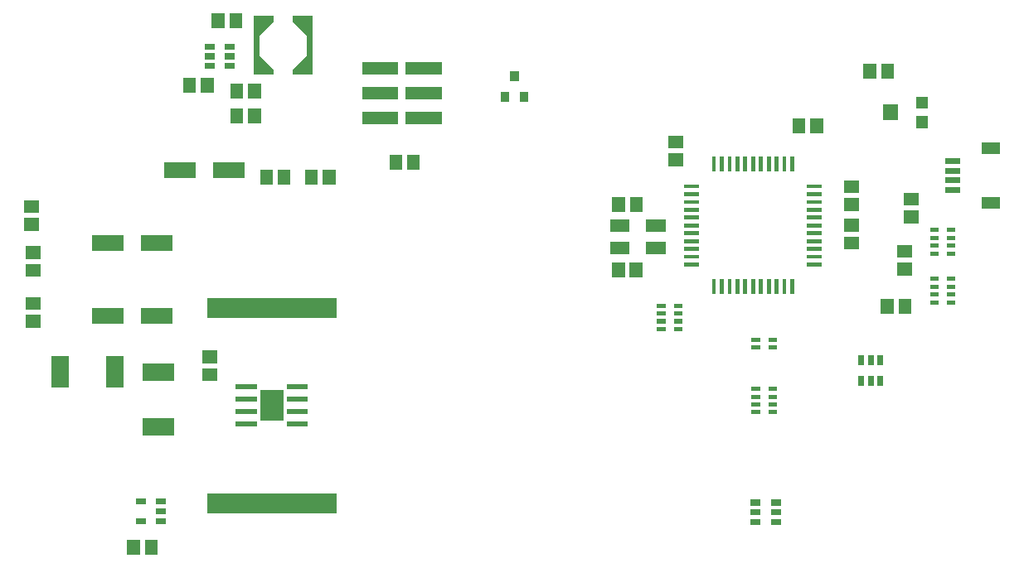
<source format=gbr>
G04 start of page 10 for group -4015 idx -4015 *
G04 Title: (unknown), toppaste *
G04 Creator: pcb 4.0.2 *
G04 CreationDate: Thu Jul  2 20:29:44 2020 UTC *
G04 For: ndholmes *
G04 Format: Gerber/RS-274X *
G04 PCB-Dimensions (mil): 4000.00 2900.00 *
G04 PCB-Coordinate-Origin: lower left *
%MOIN*%
%FSLAX25Y25*%
%LNTOPPASTE*%
%ADD75C,0.0001*%
G54D75*G36*
X305576Y149762D02*Y148088D01*
X309120D01*
Y149762D01*
X305576D01*
G37*
G36*
Y152912D02*Y151238D01*
X309120D01*
Y152912D01*
X305576D01*
G37*
G36*
X298880D02*Y151238D01*
X302424D01*
Y152912D01*
X298880D01*
G37*
G36*
Y149762D02*Y148088D01*
X302424D01*
Y149762D01*
X298880D01*
G37*
G36*
X376749Y213375D02*Y211013D01*
X382851D01*
Y213375D01*
X376749D01*
G37*
G36*
Y217312D02*Y214950D01*
X382851D01*
Y217312D01*
X376749D01*
G37*
G36*
Y221250D02*Y218888D01*
X382851D01*
Y221250D01*
X376749D01*
G37*
G36*
Y225187D02*Y222825D01*
X382851D01*
Y225187D01*
X376749D01*
G37*
G36*
X391513Y209438D02*Y204714D01*
X398599D01*
Y209438D01*
X391513D01*
G37*
G36*
Y231486D02*Y226762D01*
X398599D01*
Y231486D01*
X391513D01*
G37*
G36*
X78048Y147602D02*Y142484D01*
X83952D01*
Y147602D01*
X78048D01*
G37*
G36*
Y140516D02*Y135398D01*
X83952D01*
Y140516D01*
X78048D01*
G37*
G36*
X298880Y133060D02*Y131388D01*
X302424D01*
Y133060D01*
X298880D01*
G37*
G36*
Y129912D02*Y128238D01*
X302424D01*
Y129912D01*
X298880D01*
G37*
G36*
Y126762D02*Y125088D01*
X302424D01*
Y126762D01*
X298880D01*
G37*
G36*
Y123612D02*Y121940D01*
X302424D01*
Y123612D01*
X298880D01*
G37*
G36*
X305576D02*Y121940D01*
X309120D01*
Y123612D01*
X305576D01*
G37*
G36*
Y126762D02*Y125088D01*
X309120D01*
Y126762D01*
X305576D01*
G37*
G36*
Y129912D02*Y128238D01*
X309120D01*
Y129912D01*
X305576D01*
G37*
G36*
Y133060D02*Y131388D01*
X309120D01*
Y133060D01*
X305576D01*
G37*
G36*
X348973Y262952D02*X343855D01*
Y257048D01*
X348973D01*
Y262952D01*
G37*
G36*
X356059D02*X350941D01*
Y257048D01*
X356059D01*
Y262952D01*
G37*
G36*
X62858Y223450D02*Y217150D01*
X75457D01*
Y223450D01*
X62858D01*
G37*
G36*
X82543D02*Y217150D01*
X95142D01*
Y223450D01*
X82543D01*
G37*
G36*
X158473Y226452D02*X153355D01*
Y220548D01*
X158473D01*
Y226452D01*
G37*
G36*
X165559D02*X160441D01*
Y220548D01*
X165559D01*
Y226452D01*
G37*
G36*
X60102Y71452D02*X54984D01*
Y65548D01*
X60102D01*
Y71452D01*
G37*
G36*
X53016D02*X47898D01*
Y65548D01*
X53016D01*
Y71452D01*
G37*
G36*
X369900Y241950D02*X365200D01*
Y237249D01*
X369900D01*
Y241950D01*
G37*
G36*
Y249751D02*X365200D01*
Y245050D01*
X369900D01*
Y249751D01*
G37*
G36*
X357900Y246651D02*X351600D01*
Y240350D01*
X357900D01*
Y246651D01*
G37*
G36*
X142376Y263600D02*Y258600D01*
X156864D01*
Y263600D01*
X142376D01*
G37*
G36*
Y253600D02*Y248600D01*
X156864D01*
Y253600D01*
X142376D01*
G37*
G36*
Y243600D02*Y238600D01*
X156864D01*
Y243600D01*
X142376D01*
G37*
G36*
X159856D02*Y238600D01*
X174344D01*
Y243600D01*
X159856D01*
G37*
G36*
Y253600D02*Y248600D01*
X174344D01*
Y253600D01*
X159856D01*
G37*
G36*
Y263600D02*Y258600D01*
X174344D01*
Y263600D01*
X159856D01*
G37*
G36*
X101602Y255052D02*X96484D01*
Y249148D01*
X101602D01*
Y255052D01*
G37*
G36*
X94516D02*X89398D01*
Y249148D01*
X94516D01*
Y255052D01*
G37*
G36*
X75516Y257452D02*X70398D01*
Y251548D01*
X75516D01*
Y257452D01*
G37*
G36*
X82602D02*X77484D01*
Y251548D01*
X82602D01*
Y257452D01*
G37*
G36*
X79000Y271200D02*Y268800D01*
X83000D01*
Y271200D01*
X79000D01*
G37*
G36*
Y267300D02*Y264900D01*
X83000D01*
Y267300D01*
X79000D01*
G37*
G36*
Y263400D02*Y261000D01*
X83000D01*
Y263400D01*
X79000D01*
G37*
G36*
X87200D02*Y261000D01*
X91200D01*
Y263400D01*
X87200D01*
G37*
G36*
Y267300D02*Y264900D01*
X91200D01*
Y267300D01*
X87200D01*
G37*
G36*
Y271200D02*Y268800D01*
X91200D01*
Y271200D01*
X87200D01*
G37*
G36*
X101602Y245152D02*X96484D01*
Y239248D01*
X101602D01*
Y245152D01*
G37*
G36*
X94516D02*X89398D01*
Y239248D01*
X94516D01*
Y245152D01*
G37*
G36*
X101000Y282300D02*X98700D01*
Y258600D01*
X101000D01*
Y282300D01*
G37*
G36*
X98700Y260900D02*Y258600D01*
X106600D01*
Y260900D01*
X98700D01*
G37*
G36*
Y282300D02*Y280000D01*
X106600D01*
Y282300D01*
X98700D01*
G37*
G36*
X122400D02*X120100D01*
Y258600D01*
X122400D01*
Y282300D01*
G37*
G36*
X114500Y260900D02*Y258600D01*
X122400D01*
Y260900D01*
X114500D01*
G37*
G36*
Y282300D02*Y280000D01*
X122400D01*
Y282300D01*
X114500D01*
G37*
G36*
X101000Y266494D02*X98879Y264373D01*
X104473Y258779D01*
X106594Y260900D01*
X101000Y266494D01*
G37*
G36*
X106594Y280000D02*X104473Y282121D01*
X98879Y276527D01*
X101000Y274406D01*
X106594Y280000D01*
G37*
G36*
X122221Y264373D02*X120100Y266494D01*
X114506Y260900D01*
X116627Y258779D01*
X122221Y264373D01*
G37*
G36*
X116627Y282121D02*X114506Y280000D01*
X120100Y274406D01*
X122221Y276527D01*
X116627Y282121D01*
G37*
G36*
X99200Y262700D02*Y259100D01*
X102800D01*
Y262700D01*
X99200D01*
G37*
G36*
Y281800D02*Y278200D01*
X102800D01*
Y281800D01*
X99200D01*
G37*
G36*
X118300Y262700D02*Y259100D01*
X121900D01*
Y262700D01*
X118300D01*
G37*
G36*
Y281800D02*Y278200D01*
X121900D01*
Y281800D01*
X118300D01*
G37*
G36*
X6548Y200973D02*Y195855D01*
X12452D01*
Y200973D01*
X6548D01*
G37*
G36*
Y208059D02*Y202941D01*
X12452D01*
Y208059D01*
X6548D01*
G37*
G36*
X87016Y283452D02*X81898D01*
Y277548D01*
X87016D01*
Y283452D01*
G37*
G36*
X94102D02*X88984D01*
Y277548D01*
X94102D01*
Y283452D01*
G37*
G36*
X53543Y164650D02*Y158350D01*
X66142D01*
Y164650D01*
X53543D01*
G37*
G36*
X33858D02*Y158350D01*
X46457D01*
Y164650D01*
X33858D01*
G37*
G36*
X53543Y194150D02*Y187850D01*
X66142D01*
Y194150D01*
X53543D01*
G37*
G36*
X33858D02*Y187850D01*
X46457D01*
Y194150D01*
X33858D01*
G37*
G36*
X112000Y119000D02*Y117000D01*
X120500D01*
Y119000D01*
X112000D01*
G37*
G36*
Y124000D02*Y122000D01*
X120500D01*
Y124000D01*
X112000D01*
G37*
G36*
Y129000D02*Y127000D01*
X120500D01*
Y129000D01*
X112000D01*
G37*
G36*
Y134000D02*Y132000D01*
X120500D01*
Y134000D01*
X112000D01*
G37*
G36*
X91500D02*Y132000D01*
X100000D01*
Y134000D01*
X91500D01*
G37*
G36*
Y129000D02*Y127000D01*
X100000D01*
Y129000D01*
X91500D01*
G37*
G36*
Y124000D02*Y122000D01*
X100000D01*
Y124000D01*
X91500D01*
G37*
G36*
Y119000D02*Y117000D01*
X100000D01*
Y119000D01*
X91500D01*
G37*
G36*
X109250Y129830D02*X102750D01*
Y121170D01*
X109250D01*
Y129830D01*
G37*
G36*
X110725Y131605D02*X101275D01*
Y119395D01*
X110725D01*
Y131605D01*
G37*
G36*
X106473Y220452D02*X101355D01*
Y214548D01*
X106473D01*
Y220452D01*
G37*
G36*
X113559D02*X108441D01*
Y214548D01*
X113559D01*
Y220452D01*
G37*
G36*
X51300Y88000D02*Y85600D01*
X55300D01*
Y88000D01*
X51300D01*
G37*
G36*
Y80200D02*Y77800D01*
X55300D01*
Y80200D01*
X51300D01*
G37*
G36*
X59500D02*Y77800D01*
X63500D01*
Y80200D01*
X59500D01*
G37*
G36*
Y84100D02*Y81700D01*
X63500D01*
Y84100D01*
X59500D01*
G37*
G36*
Y88000D02*Y85600D01*
X63500D01*
Y88000D01*
X59500D01*
G37*
G36*
X124516Y220452D02*X119398D01*
Y214548D01*
X124516D01*
Y220452D01*
G37*
G36*
X131602D02*X126484D01*
Y214548D01*
X131602D01*
Y220452D01*
G37*
G36*
X46568Y145300D02*X39481D01*
Y132700D01*
X46568D01*
Y145300D01*
G37*
G36*
X24519D02*X17432D01*
Y132700D01*
X24519D01*
Y145300D01*
G37*
G36*
X80000Y90130D02*Y82130D01*
X132000D01*
Y90130D01*
X80000D01*
G37*
G36*
Y168870D02*Y160870D01*
X132000D01*
Y168870D01*
X80000D01*
G37*
G36*
X54200Y120519D02*Y113432D01*
X66800D01*
Y120519D01*
X54200D01*
G37*
G36*
Y142568D02*Y135481D01*
X66800D01*
Y142568D01*
X54200D01*
G37*
G36*
X7048Y162016D02*Y156898D01*
X12952D01*
Y162016D01*
X7048D01*
G37*
G36*
Y169102D02*Y163984D01*
X12952D01*
Y169102D01*
X7048D01*
G37*
G36*
X255102Y209452D02*X249984D01*
Y203548D01*
X255102D01*
Y209452D01*
G37*
G36*
X248016D02*X242898D01*
Y203548D01*
X248016D01*
Y209452D01*
G37*
G36*
X247930Y182952D02*X242812D01*
Y177048D01*
X247930D01*
Y182952D01*
G37*
G36*
X255016D02*X249898D01*
Y177048D01*
X255016D01*
Y182952D01*
G37*
G36*
X271815Y214535D02*Y212961D01*
X277815D01*
Y214535D01*
X271815D01*
G37*
G36*
Y211386D02*Y209812D01*
X277815D01*
Y211386D01*
X271815D01*
G37*
G36*
Y208236D02*Y206662D01*
X277815D01*
Y208236D01*
X271815D01*
G37*
G36*
Y205087D02*Y203513D01*
X277815D01*
Y205087D01*
X271815D01*
G37*
G36*
Y201937D02*Y200363D01*
X277815D01*
Y201937D01*
X271815D01*
G37*
G36*
Y198787D02*Y197213D01*
X277815D01*
Y198787D01*
X271815D01*
G37*
G36*
Y195638D02*Y194064D01*
X277815D01*
Y195638D01*
X271815D01*
G37*
G36*
Y192488D02*Y190914D01*
X277815D01*
Y192488D01*
X271815D01*
G37*
G36*
Y189339D02*Y187765D01*
X277815D01*
Y189339D01*
X271815D01*
G37*
G36*
Y186189D02*Y184615D01*
X277815D01*
Y186189D01*
X271815D01*
G37*
G36*
Y183039D02*Y181465D01*
X277815D01*
Y183039D01*
X271815D01*
G37*
G36*
X284539Y176315D02*X282965D01*
Y170315D01*
X284539D01*
Y176315D01*
G37*
G36*
X287688D02*X286114D01*
Y170315D01*
X287688D01*
Y176315D01*
G37*
G36*
X290838D02*X289264D01*
Y170315D01*
X290838D01*
Y176315D01*
G37*
G36*
X293987D02*X292413D01*
Y170315D01*
X293987D01*
Y176315D01*
G37*
G36*
X297137D02*X295563D01*
Y170315D01*
X297137D01*
Y176315D01*
G37*
G36*
X300287D02*X298713D01*
Y170315D01*
X300287D01*
Y176315D01*
G37*
G36*
X303436D02*X301862D01*
Y170315D01*
X303436D01*
Y176315D01*
G37*
G36*
X306586D02*X305012D01*
Y170315D01*
X306586D01*
Y176315D01*
G37*
G36*
X309735D02*X308161D01*
Y170315D01*
X309735D01*
Y176315D01*
G37*
G36*
X312885D02*X311311D01*
Y170315D01*
X312885D01*
Y176315D01*
G37*
G36*
X316035D02*X314461D01*
Y170315D01*
X316035D01*
Y176315D01*
G37*
G36*
X321185Y183039D02*Y181465D01*
X327185D01*
Y183039D01*
X321185D01*
G37*
G36*
Y186188D02*Y184614D01*
X327185D01*
Y186188D01*
X321185D01*
G37*
G36*
Y189338D02*Y187764D01*
X327185D01*
Y189338D01*
X321185D01*
G37*
G36*
Y192487D02*Y190913D01*
X327185D01*
Y192487D01*
X321185D01*
G37*
G36*
Y195637D02*Y194063D01*
X327185D01*
Y195637D01*
X321185D01*
G37*
G36*
Y198787D02*Y197213D01*
X327185D01*
Y198787D01*
X321185D01*
G37*
G36*
Y201936D02*Y200362D01*
X327185D01*
Y201936D01*
X321185D01*
G37*
G36*
Y205086D02*Y203512D01*
X327185D01*
Y205086D01*
X321185D01*
G37*
G36*
Y208235D02*Y206661D01*
X327185D01*
Y208235D01*
X321185D01*
G37*
G36*
Y211385D02*Y209811D01*
X327185D01*
Y211385D01*
X321185D01*
G37*
G36*
Y214535D02*Y212961D01*
X327185D01*
Y214535D01*
X321185D01*
G37*
G36*
X316035Y225685D02*X314461D01*
Y219685D01*
X316035D01*
Y225685D01*
G37*
G36*
X312886D02*X311312D01*
Y219685D01*
X312886D01*
Y225685D01*
G37*
G36*
X309736D02*X308162D01*
Y219685D01*
X309736D01*
Y225685D01*
G37*
G36*
X306587D02*X305013D01*
Y219685D01*
X306587D01*
Y225685D01*
G37*
G36*
X303437D02*X301863D01*
Y219685D01*
X303437D01*
Y225685D01*
G37*
G36*
X300287D02*X298713D01*
Y219685D01*
X300287D01*
Y225685D01*
G37*
G36*
X297138D02*X295564D01*
Y219685D01*
X297138D01*
Y225685D01*
G37*
G36*
X293988D02*X292414D01*
Y219685D01*
X293988D01*
Y225685D01*
G37*
G36*
X290839D02*X289265D01*
Y219685D01*
X290839D01*
Y225685D01*
G37*
G36*
X287689D02*X286115D01*
Y219685D01*
X287689D01*
Y225685D01*
G37*
G36*
X284539D02*X282965D01*
Y219685D01*
X284539D01*
Y225685D01*
G37*
G36*
X241997Y191503D02*Y186385D01*
X249870D01*
Y191503D01*
X241997D01*
G37*
G36*
X256564D02*Y186385D01*
X264437D01*
Y191503D01*
X256564D01*
G37*
G36*
Y200559D02*Y195441D01*
X264437D01*
Y200559D01*
X256564D01*
G37*
G36*
X241997D02*Y195441D01*
X249870D01*
Y200559D01*
X241997D01*
G37*
G36*
X336048Y193516D02*Y188398D01*
X341952D01*
Y193516D01*
X336048D01*
G37*
G36*
Y200602D02*Y195484D01*
X341952D01*
Y200602D01*
X336048D01*
G37*
G36*
X265548Y227016D02*Y221898D01*
X271452D01*
Y227016D01*
X265548D01*
G37*
G36*
Y234102D02*Y228984D01*
X271452D01*
Y234102D01*
X265548D01*
G37*
G36*
X260880Y166560D02*Y164888D01*
X264424D01*
Y166560D01*
X260880D01*
G37*
G36*
Y163412D02*Y161738D01*
X264424D01*
Y163412D01*
X260880D01*
G37*
G36*
Y160262D02*Y158588D01*
X264424D01*
Y160262D01*
X260880D01*
G37*
G36*
Y157112D02*Y155440D01*
X264424D01*
Y157112D01*
X260880D01*
G37*
G36*
X267576D02*Y155440D01*
X271120D01*
Y157112D01*
X267576D01*
G37*
G36*
Y160262D02*Y158588D01*
X271120D01*
Y160262D01*
X267576D01*
G37*
G36*
Y163412D02*Y161738D01*
X271120D01*
Y163412D01*
X267576D01*
G37*
G36*
Y166560D02*Y164888D01*
X271120D01*
Y166560D01*
X267576D01*
G37*
G36*
X306600Y79800D02*Y77400D01*
X310600D01*
Y79800D01*
X306600D01*
G37*
G36*
Y83700D02*Y81300D01*
X310600D01*
Y83700D01*
X306600D01*
G37*
G36*
Y87600D02*Y85200D01*
X310600D01*
Y87600D01*
X306600D01*
G37*
G36*
X298400D02*Y85200D01*
X302400D01*
Y87600D01*
X298400D01*
G37*
G36*
Y83700D02*Y81300D01*
X302400D01*
Y83700D01*
X298400D01*
G37*
G36*
Y79800D02*Y77400D01*
X302400D01*
Y79800D01*
X298400D01*
G37*
G36*
X7048Y182516D02*Y177398D01*
X12952D01*
Y182516D01*
X7048D01*
G37*
G36*
Y189602D02*Y184484D01*
X12952D01*
Y189602D01*
X7048D01*
G37*
G36*
X201400Y251800D02*X198000D01*
Y247800D01*
X201400D01*
Y251800D01*
G37*
G36*
X209200D02*X205800D01*
Y247800D01*
X209200D01*
Y251800D01*
G37*
G36*
X205300Y260000D02*X201900D01*
Y256000D01*
X205300D01*
Y260000D01*
G37*
G36*
X336048Y216102D02*Y210984D01*
X341952D01*
Y216102D01*
X336048D01*
G37*
G36*
Y209016D02*Y203898D01*
X341952D01*
Y209016D01*
X336048D01*
G37*
G36*
X344100Y137400D02*X341700D01*
Y133400D01*
X344100D01*
Y137400D01*
G37*
G36*
X348000D02*X345600D01*
Y133400D01*
X348000D01*
Y137400D01*
G37*
G36*
X351900D02*X349500D01*
Y133400D01*
X351900D01*
Y137400D01*
G37*
G36*
Y145600D02*X349500D01*
Y141600D01*
X351900D01*
Y145600D01*
G37*
G36*
X348000D02*X345600D01*
Y141600D01*
X348000D01*
Y145600D01*
G37*
G36*
X344100D02*X341700D01*
Y141600D01*
X344100D01*
Y145600D01*
G37*
G36*
X363102Y168452D02*X357984D01*
Y162548D01*
X363102D01*
Y168452D01*
G37*
G36*
X356016D02*X350898D01*
Y162548D01*
X356016D01*
Y168452D01*
G37*
G36*
X360048Y204016D02*Y198898D01*
X365952D01*
Y204016D01*
X360048D01*
G37*
G36*
Y211102D02*Y205984D01*
X365952D01*
Y211102D01*
X360048D01*
G37*
G36*
X377276Y167912D02*Y166240D01*
X380820D01*
Y167912D01*
X377276D01*
G37*
G36*
Y171062D02*Y169388D01*
X380820D01*
Y171062D01*
X377276D01*
G37*
G36*
Y174212D02*Y172538D01*
X380820D01*
Y174212D01*
X377276D01*
G37*
G36*
Y177360D02*Y175688D01*
X380820D01*
Y177360D01*
X377276D01*
G37*
G36*
X370580D02*Y175688D01*
X374124D01*
Y177360D01*
X370580D01*
G37*
G36*
Y174212D02*Y172538D01*
X374124D01*
Y174212D01*
X370580D01*
G37*
G36*
Y171062D02*Y169388D01*
X374124D01*
Y171062D01*
X370580D01*
G37*
G36*
Y167912D02*Y166240D01*
X374124D01*
Y167912D01*
X370580D01*
G37*
G36*
X377276Y187512D02*Y185840D01*
X380820D01*
Y187512D01*
X377276D01*
G37*
G36*
Y190662D02*Y188988D01*
X380820D01*
Y190662D01*
X377276D01*
G37*
G36*
Y193812D02*Y192138D01*
X380820D01*
Y193812D01*
X377276D01*
G37*
G36*
Y196960D02*Y195288D01*
X380820D01*
Y196960D01*
X377276D01*
G37*
G36*
X370580D02*Y195288D01*
X374124D01*
Y196960D01*
X370580D01*
G37*
G36*
Y193812D02*Y192138D01*
X374124D01*
Y193812D01*
X370580D01*
G37*
G36*
Y190662D02*Y188988D01*
X374124D01*
Y190662D01*
X370580D01*
G37*
G36*
Y187512D02*Y185840D01*
X374124D01*
Y187512D01*
X370580D01*
G37*
G36*
X320516Y240952D02*X315398D01*
Y235048D01*
X320516D01*
Y240952D01*
G37*
G36*
X327602D02*X322484D01*
Y235048D01*
X327602D01*
Y240952D01*
G37*
G36*
X357548Y190102D02*Y184984D01*
X363452D01*
Y190102D01*
X357548D01*
G37*
G36*
Y183016D02*Y177898D01*
X363452D01*
Y183016D01*
X357548D01*
G37*
M02*

</source>
